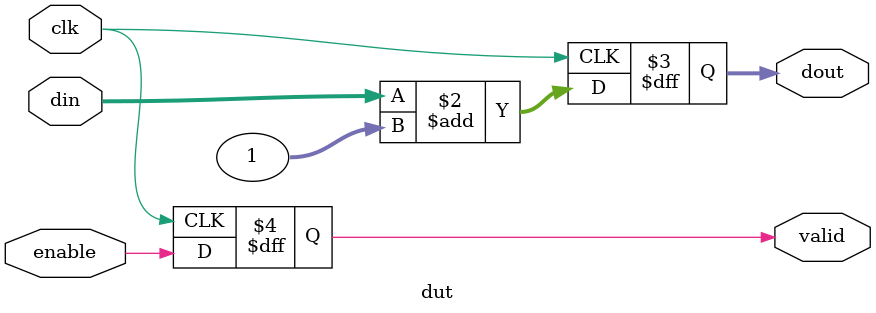
<source format=sv>
module dut(
  input wire clk,enable,
  input wire [31:0] din,
  output reg [31:0] dout,
  output reg       valid
);

always @ (posedge clk)
  begin
    dout  <= din + 1;
    valid  <= enable;
  end

endmodule
</source>
